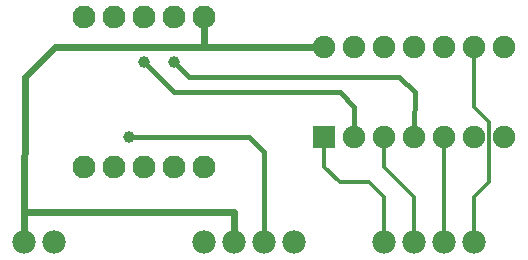
<source format=gtl>
G04 MADE WITH FRITZING*
G04 WWW.FRITZING.ORG*
G04 DOUBLE SIDED*
G04 HOLES PLATED*
G04 CONTOUR ON CENTER OF CONTOUR VECTOR*
%ASAXBY*%
%FSLAX23Y23*%
%MOIN*%
%OFA0B0*%
%SFA1.0B1.0*%
%ADD10C,0.076000*%
%ADD11C,0.075000*%
%ADD12C,0.078000*%
%ADD13C,0.039370*%
%ADD14R,0.075000X0.075000*%
%ADD15C,0.024000*%
%ADD16C,0.012000*%
%ADD17C,0.016000*%
%LNCOPPER1*%
G90*
G70*
G54D10*
X439Y356D03*
X539Y356D03*
X639Y356D03*
X739Y356D03*
X839Y356D03*
X439Y856D03*
X539Y856D03*
X639Y856D03*
X739Y856D03*
X839Y856D03*
G54D11*
X1239Y456D03*
X1239Y756D03*
X1339Y456D03*
X1339Y756D03*
X1439Y456D03*
X1439Y756D03*
X1539Y456D03*
X1539Y756D03*
X1639Y456D03*
X1639Y756D03*
X1739Y456D03*
X1739Y756D03*
X1839Y456D03*
X1839Y756D03*
G54D12*
X839Y106D03*
X939Y106D03*
X1039Y106D03*
X1139Y106D03*
X239Y106D03*
X339Y106D03*
X1439Y106D03*
X1539Y106D03*
X1639Y106D03*
X1739Y106D03*
G54D13*
X588Y456D03*
X639Y706D03*
X739Y706D03*
G54D14*
X1239Y456D03*
G54D15*
X1210Y756D02*
X838Y757D01*
D02*
X838Y757D02*
X839Y825D01*
D02*
X240Y657D02*
X239Y136D01*
D02*
X340Y757D02*
X240Y657D01*
D02*
X838Y757D02*
X340Y757D01*
D02*
X839Y825D02*
X838Y757D01*
D02*
X939Y206D02*
X939Y136D01*
D02*
X238Y206D02*
X939Y206D01*
D02*
X239Y136D02*
X238Y206D01*
G54D16*
D02*
X1290Y306D02*
X1388Y306D01*
D02*
X1388Y306D02*
X1439Y255D01*
D02*
X1238Y355D02*
X1290Y306D01*
D02*
X1439Y255D02*
X1439Y130D01*
D02*
X1239Y433D02*
X1238Y355D01*
D02*
X1439Y433D02*
X1439Y356D01*
D02*
X1439Y356D02*
X1539Y256D01*
D02*
X1539Y256D02*
X1539Y130D01*
D02*
X1639Y433D02*
X1639Y130D01*
D02*
X1739Y733D02*
X1739Y556D01*
D02*
X1739Y556D02*
X1788Y505D01*
D02*
X1788Y505D02*
X1788Y306D01*
D02*
X1788Y306D02*
X1739Y255D01*
D02*
X1739Y255D02*
X1739Y130D01*
G54D17*
D02*
X602Y456D02*
X988Y456D01*
D02*
X988Y456D02*
X1039Y406D01*
D02*
X1039Y406D02*
X1039Y130D01*
D02*
X1339Y556D02*
X1339Y479D01*
D02*
X739Y605D02*
X1290Y605D01*
D02*
X1290Y605D02*
X1339Y556D01*
D02*
X648Y696D02*
X739Y605D01*
D02*
X1488Y656D02*
X1540Y606D01*
D02*
X788Y656D02*
X1488Y656D01*
D02*
X748Y696D02*
X788Y656D01*
D02*
X1540Y606D02*
X1539Y479D01*
G04 End of Copper1*
M02*
</source>
